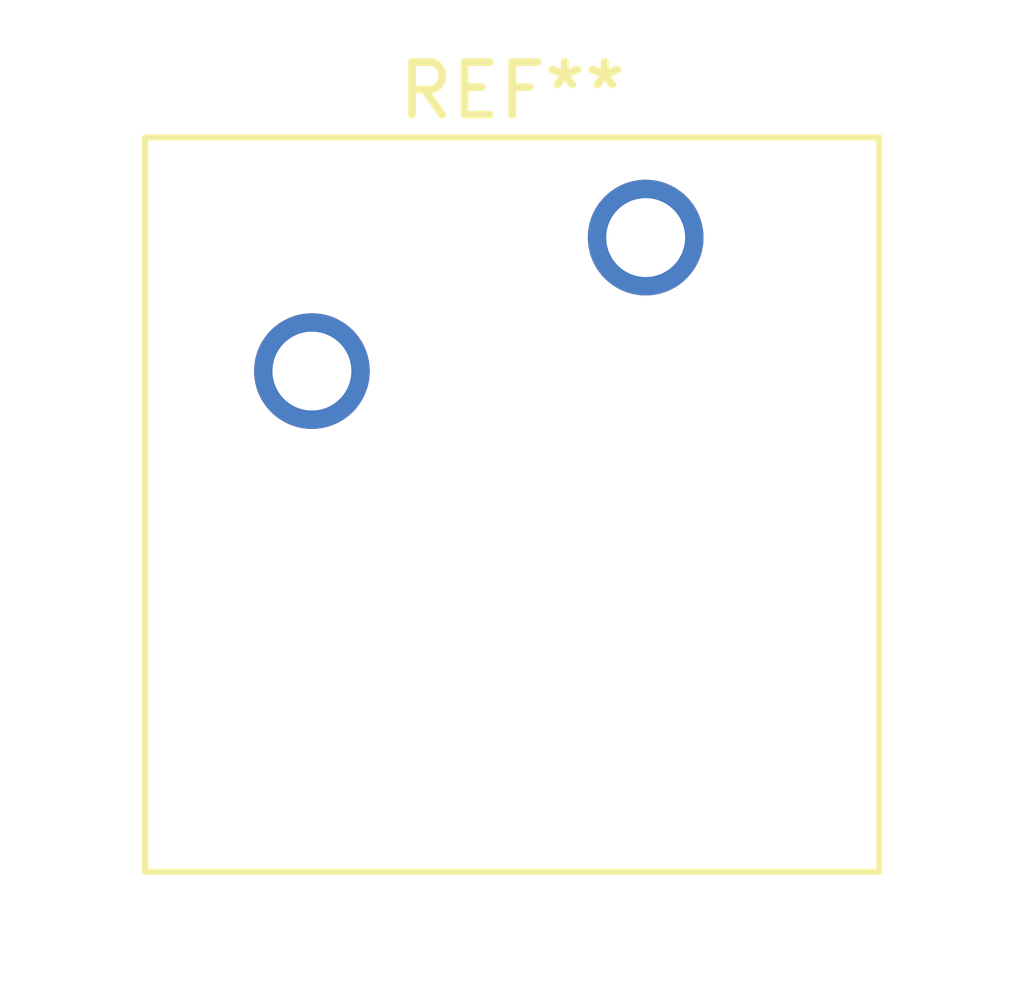
<source format=kicad_pcb>
(kicad_pcb (version 20241229) (generator "pcbnew") (generator_version "9.0")
  (layers (0 "F.Cu" signal) (2 "B.Cu" signal) (13 "F.Paste" user) (15 "B.Paste" user) (5 "F.SilkS" user "F.Silkscreen") (7 "B.SilkS" user "B.Silkscreen") (1 "F.Mask" user) (3 "B.Mask" user) (25 "Edge.Cuts" user))
  (net 0 "")
  (footprint "Button_Switch_Keyboard:SW_Cherry_MX_1.00u_PCB" (layer "F.Cu") (at 141.5 81)
    (property "Reference" "REF**" (at -2.54 -2.794 0) (layer "F.SilkS"))
    (property "Value" "SW_Cherry_MX_1.00u_PCB")
    (fp_line (start -9.525 -1.905) (end 4.445 -1.905) (stroke (width 0.12)) (layer "F.SilkS"))
    (fp_line (start -9.525 12.065) (end -9.525 -1.905) (stroke (width 0.12)) (layer "F.SilkS"))
    (fp_line (start 4.445 -1.905) (end 4.445 12.065) (stroke (width 0.12)) (layer "F.SilkS"))
    (fp_line (start 4.445 12.065) (end -9.525 12.065) (stroke (width 0.12)) (layer "F.SilkS"))
    (pad "" np_thru_hole circle (at -7.62 5.08) (size 1.7 1.7) (drill 1.7) (layers "*.Cu" "*.Mask"))
    (pad "" np_thru_hole circle (at -2.54 5.08) (size 4 4) (drill 4) (layers "*.Cu" "*.Mask"))
    (pad "" np_thru_hole circle (at 2.54 5.08) (size 1.7 1.7) (drill 1.7) (layers "*.Cu" "*.Mask"))
    (pad "1" thru_hole circle (at 0 0) (size 2.2 2.2) (drill 1.5) (layers "*.Cu" "*.Mask"))
    (pad "2" thru_hole circle (at -6.35 2.54) (size 2.2 2.2) (drill 1.5) (layers "*.Cu" "*.Mask"))
  )
)
</source>
